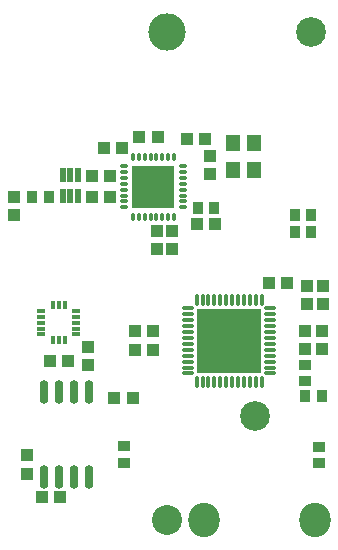
<source format=gts>
%FSLAX25Y25*%
%MOIN*%
G70*
G01*
G75*
G04 Layer_Color=8388736*
%ADD10O,0.02559X0.00984*%
%ADD11O,0.00984X0.02559*%
%ADD12R,0.13780X0.13780*%
%ADD13R,0.00984X0.02150*%
%ADD14R,0.02150X0.00984*%
%ADD15C,0.02953*%
%ADD16R,0.04331X0.05118*%
%ADD17R,0.03740X0.03543*%
%ADD18R,0.03543X0.03150*%
%ADD19R,0.03543X0.03740*%
%ADD20R,0.03150X0.03543*%
%ADD21O,0.02362X0.07284*%
%ADD22R,0.01378X0.03937*%
%ADD23O,0.03465X0.01102*%
%ADD24O,0.01102X0.03465*%
%ADD25R,0.20866X0.20866*%
%ADD26C,0.04700*%
%ADD27C,0.01000*%
%ADD28C,0.00600*%
%ADD29C,0.01640*%
%ADD30C,0.01200*%
%ADD31C,0.00800*%
%ADD32C,0.02000*%
%ADD33C,0.01100*%
%ADD34C,0.01500*%
%ADD35O,0.09843X0.10827*%
%ADD36C,0.12500*%
%ADD37C,0.10000*%
%ADD38C,0.02200*%
%ADD39C,0.02598*%
%ADD40C,0.05000*%
%ADD41C,0.09200*%
%ADD42C,0.06000*%
%ADD43C,0.14900*%
%ADD44C,0.12400*%
%ADD45C,0.03200*%
%ADD46C,0.04600*%
%ADD47R,0.03490X0.23475*%
%ADD48R,0.02800X0.02500*%
%ADD49R,0.02700X0.04700*%
%ADD50R,0.04600X0.05300*%
%ADD51R,0.05500X0.02400*%
%ADD52R,0.02400X0.05200*%
%ADD53R,0.05400X0.02500*%
%ADD54R,0.14173X0.14173*%
%ADD55C,0.09487*%
%ADD56C,0.03699*%
%ADD57C,0.05200*%
%ADD58R,0.05906X0.07480*%
%ADD59R,0.01181X0.06299*%
%ADD60O,0.01181X0.03150*%
%ADD61O,0.01181X0.04724*%
%ADD62O,0.03150X0.01181*%
%ADD63R,0.08661X0.12598*%
%ADD64O,0.08268X0.02362*%
%ADD65R,0.05118X0.03150*%
%ADD66R,0.11811X0.08268*%
%ADD67R,0.08268X0.03937*%
%ADD68R,0.03347X0.03543*%
%ADD69R,0.01772X0.01969*%
%ADD70C,0.02500*%
%ADD71C,0.00984*%
%ADD72C,0.02362*%
%ADD73C,0.00787*%
%ADD74O,0.02159X0.00584*%
%ADD75O,0.00584X0.02159*%
%ADD76R,0.09843X0.09843*%
%ADD77R,0.00684X0.01850*%
%ADD78R,0.01850X0.00684*%
%ADD79R,0.04131X0.04918*%
%ADD80R,0.03540X0.03343*%
%ADD81R,0.03343X0.02950*%
%ADD82R,0.03343X0.03540*%
%ADD83R,0.02950X0.03343*%
%ADD84O,0.02162X0.07084*%
%ADD85R,0.01178X0.03737*%
%ADD86O,0.03065X0.00702*%
%ADD87O,0.00702X0.03065*%
%ADD88R,0.10866X0.10866*%
%ADD89O,0.02959X0.01384*%
%ADD90O,0.01384X0.02959*%
%ADD91R,0.14379X0.14379*%
%ADD92R,0.01384X0.02550*%
%ADD93R,0.02550X0.01384*%
%ADD94R,0.04931X0.05718*%
%ADD95R,0.04340X0.04143*%
%ADD96R,0.04143X0.03750*%
%ADD97R,0.04143X0.04340*%
%ADD98R,0.03750X0.04143*%
%ADD99O,0.02962X0.07883*%
%ADD100R,0.01978X0.04537*%
%ADD101O,0.03865X0.01502*%
%ADD102O,0.01502X0.03865*%
%ADD103R,0.21466X0.21466*%
%ADD104C,0.09900*%
%ADD105O,0.10443X0.11427*%
D36*
X54700Y175100D02*
D03*
D37*
Y12300D02*
D03*
D89*
X40159Y130290D02*
D03*
Y128321D02*
D03*
Y126353D02*
D03*
Y124384D02*
D03*
Y122416D02*
D03*
Y120447D02*
D03*
Y118479D02*
D03*
Y116510D02*
D03*
X60041D02*
D03*
Y118479D02*
D03*
Y120447D02*
D03*
Y122416D02*
D03*
Y124384D02*
D03*
Y126353D02*
D03*
Y128321D02*
D03*
Y130290D02*
D03*
D90*
X43210Y113459D02*
D03*
X45179D02*
D03*
X47147D02*
D03*
X49116D02*
D03*
X51084D02*
D03*
X53053D02*
D03*
X55021D02*
D03*
X56990D02*
D03*
Y133341D02*
D03*
X55021D02*
D03*
X53053D02*
D03*
X51084D02*
D03*
X49116D02*
D03*
X47147D02*
D03*
X45179D02*
D03*
X43210D02*
D03*
D91*
X50100Y123400D02*
D03*
D92*
X20458Y72301D02*
D03*
X18489D02*
D03*
X16521D02*
D03*
Y83899D02*
D03*
X18489D02*
D03*
X20458D02*
D03*
D93*
X12690Y74163D02*
D03*
Y76131D02*
D03*
Y78100D02*
D03*
Y80068D02*
D03*
Y82037D02*
D03*
X24288D02*
D03*
Y80068D02*
D03*
Y78100D02*
D03*
Y76131D02*
D03*
Y74163D02*
D03*
D94*
X83700Y138100D02*
D03*
X76613D02*
D03*
X83700Y129045D02*
D03*
X76613D02*
D03*
D95*
X43151Y53000D02*
D03*
X37049D02*
D03*
X15449Y65300D02*
D03*
X21551D02*
D03*
X70551Y111100D02*
D03*
X64449D02*
D03*
X35651Y119900D02*
D03*
X29549D02*
D03*
X35651Y127100D02*
D03*
X29549D02*
D03*
X12949Y19900D02*
D03*
X19051D02*
D03*
X39670Y136200D02*
D03*
X33568D02*
D03*
X45349Y140100D02*
D03*
X51451D02*
D03*
X67351Y139200D02*
D03*
X61249D02*
D03*
X94651Y91200D02*
D03*
X88549D02*
D03*
D96*
X40200Y36856D02*
D03*
Y31344D02*
D03*
X100600Y58544D02*
D03*
Y64056D02*
D03*
X105400Y31244D02*
D03*
Y36756D02*
D03*
D97*
X28400Y63898D02*
D03*
Y70000D02*
D03*
X56200Y102649D02*
D03*
Y108751D02*
D03*
X51200D02*
D03*
Y102649D02*
D03*
X3700Y119951D02*
D03*
Y113849D02*
D03*
X68800Y127549D02*
D03*
Y133651D02*
D03*
X101200Y84149D02*
D03*
Y90251D02*
D03*
X106700D02*
D03*
Y84149D02*
D03*
X100600Y69249D02*
D03*
Y75351D02*
D03*
X106400Y69249D02*
D03*
Y75351D02*
D03*
X49900Y75151D02*
D03*
Y69049D02*
D03*
X44100Y69098D02*
D03*
Y75200D02*
D03*
X7900Y27749D02*
D03*
Y33851D02*
D03*
D98*
X100744Y53600D02*
D03*
X106256D02*
D03*
X9744Y120000D02*
D03*
X15256D02*
D03*
X64844Y116300D02*
D03*
X70356D02*
D03*
X102756Y108400D02*
D03*
X97244D02*
D03*
X102756Y114000D02*
D03*
X97244D02*
D03*
D99*
X28700Y55073D02*
D03*
X23700D02*
D03*
X18700D02*
D03*
X13700D02*
D03*
X28700Y26727D02*
D03*
X23700D02*
D03*
X18700D02*
D03*
X13700D02*
D03*
D100*
X19841Y120157D02*
D03*
X22400D02*
D03*
X24959D02*
D03*
Y127243D02*
D03*
X22400D02*
D03*
X19841D02*
D03*
D101*
X89079Y61173D02*
D03*
Y63142D02*
D03*
Y65110D02*
D03*
Y67079D02*
D03*
Y69047D02*
D03*
Y71016D02*
D03*
Y72984D02*
D03*
Y74953D02*
D03*
Y76921D02*
D03*
Y78890D02*
D03*
Y80858D02*
D03*
Y82827D02*
D03*
X61520D02*
D03*
Y80858D02*
D03*
Y78890D02*
D03*
Y76921D02*
D03*
Y74953D02*
D03*
Y72984D02*
D03*
Y71016D02*
D03*
Y69047D02*
D03*
Y67079D02*
D03*
Y65110D02*
D03*
Y63142D02*
D03*
Y61173D02*
D03*
D102*
X86127Y85780D02*
D03*
X84158D02*
D03*
X82190D02*
D03*
X80221D02*
D03*
X78253D02*
D03*
X76284D02*
D03*
X74316D02*
D03*
X72347D02*
D03*
X70379D02*
D03*
X68410D02*
D03*
X66442D02*
D03*
X64473D02*
D03*
Y58220D02*
D03*
X66442D02*
D03*
X68410D02*
D03*
X70379D02*
D03*
X72347D02*
D03*
X74316D02*
D03*
X76284D02*
D03*
X78253D02*
D03*
X80221D02*
D03*
X82190D02*
D03*
X84158D02*
D03*
X86127D02*
D03*
D103*
X75300Y72000D02*
D03*
D104*
X84000Y47000D02*
D03*
X102500Y175000D02*
D03*
D105*
X103804Y12395D02*
D03*
X66796D02*
D03*
M02*

</source>
